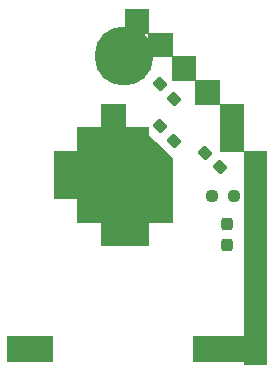
<source format=gts>
G04 #@! TF.GenerationSoftware,KiCad,Pcbnew,(5.99.0-7130-gf32f8f566)*
G04 #@! TF.CreationDate,2020-11-25T00:50:19+01:00*
G04 #@! TF.ProjectId,FairyDustPin,46616972-7944-4757-9374-50696e2e6b69,rev?*
G04 #@! TF.SameCoordinates,Original*
G04 #@! TF.FileFunction,Soldermask,Top*
G04 #@! TF.FilePolarity,Negative*
%FSLAX46Y46*%
G04 Gerber Fmt 4.6, Leading zero omitted, Abs format (unit mm)*
G04 Created by KiCad (PCBNEW (5.99.0-7130-gf32f8f566)) date 2020-11-25 00:50:19*
%MOMM*%
%LPD*%
G01*
G04 APERTURE LIST*
G04 Aperture macros list*
%AMRoundRect*
0 Rectangle with rounded corners*
0 $1 Rounding radius*
0 $2 $3 $4 $5 $6 $7 $8 $9 X,Y pos of 4 corners*
0 Add a 4 corners polygon primitive as box body*
4,1,4,$2,$3,$4,$5,$6,$7,$8,$9,$2,$3,0*
0 Add four circle primitives for the rounded corners*
1,1,$1+$1,$2,$3,0*
1,1,$1+$1,$4,$5,0*
1,1,$1+$1,$6,$7,0*
1,1,$1+$1,$8,$9,0*
0 Add four rect primitives between the rounded corners*
20,1,$1+$1,$2,$3,$4,$5,0*
20,1,$1+$1,$4,$5,$6,$7,0*
20,1,$1+$1,$6,$7,$8,$9,0*
20,1,$1+$1,$8,$9,$2,$3,0*%
G04 Aperture macros list end*
%ADD10C,0.100000*%
%ADD11RoundRect,0.237500X0.237500X-0.287500X0.237500X0.287500X-0.237500X0.287500X-0.237500X-0.287500X0*%
%ADD12RoundRect,0.237500X-0.371231X0.035355X0.035355X-0.371231X0.371231X-0.035355X-0.035355X0.371231X0*%
%ADD13RoundRect,0.237500X0.250000X0.237500X-0.250000X0.237500X-0.250000X-0.237500X0.250000X-0.237500X0*%
%ADD14R,4.400000X2.300000*%
%ADD15R,4.000000X2.300000*%
%ADD16C,5.000000*%
G04 APERTURE END LIST*
D10*
X100000000Y-80250000D02*
X98100000Y-80250000D01*
X98100000Y-80250000D02*
X98100000Y-76250000D01*
X98100000Y-76250000D02*
X100000000Y-76250000D01*
X100000000Y-76250000D02*
X100000000Y-80250000D01*
G36*
X100000000Y-80250000D02*
G01*
X98100000Y-80250000D01*
X98100000Y-76250000D01*
X100000000Y-76250000D01*
X100000000Y-80250000D01*
G37*
X100000000Y-80250000D02*
X98100000Y-80250000D01*
X98100000Y-76250000D01*
X100000000Y-76250000D01*
X100000000Y-80250000D01*
X90000000Y-78250000D02*
X92000000Y-78250000D01*
X92000000Y-78250000D02*
X91950000Y-78900000D01*
X91950000Y-78900000D02*
X94000000Y-80850000D01*
X94000000Y-80850000D02*
X94000000Y-86250000D01*
X94000000Y-86250000D02*
X92000000Y-86250000D01*
X92000000Y-86250000D02*
X92000000Y-88250000D01*
X92000000Y-88250000D02*
X88000000Y-88250000D01*
X88000000Y-88250000D02*
X88000000Y-86250000D01*
X88000000Y-86250000D02*
X85950000Y-86250000D01*
X85950000Y-86250000D02*
X85950000Y-84250000D01*
X85950000Y-84250000D02*
X84000000Y-84250000D01*
X84000000Y-84250000D02*
X84000000Y-80250000D01*
X84000000Y-80250000D02*
X85950000Y-80250000D01*
X85950000Y-80250000D02*
X85950000Y-78250000D01*
X85950000Y-78250000D02*
X88000000Y-78250000D01*
X88000000Y-78250000D02*
X88000000Y-76250000D01*
X88000000Y-76250000D02*
X90000000Y-76250000D01*
X90000000Y-76250000D02*
X90000000Y-78250000D01*
G36*
X90000000Y-78250000D02*
G01*
X92000000Y-78250000D01*
X91950000Y-78900000D01*
X94000000Y-80850000D01*
X94000000Y-86250000D01*
X92000000Y-86250000D01*
X92000000Y-88250000D01*
X88000000Y-88250000D01*
X88000000Y-86250000D01*
X85950000Y-86250000D01*
X85950000Y-84250000D01*
X84000000Y-84250000D01*
X84000000Y-80250000D01*
X85950000Y-80250000D01*
X85950000Y-78250000D01*
X88000000Y-78250000D01*
X88000000Y-76250000D01*
X90000000Y-76250000D01*
X90000000Y-78250000D01*
G37*
X90000000Y-78250000D02*
X92000000Y-78250000D01*
X91950000Y-78900000D01*
X94000000Y-80850000D01*
X94000000Y-86250000D01*
X92000000Y-86250000D01*
X92000000Y-88250000D01*
X88000000Y-88250000D01*
X88000000Y-86250000D01*
X85950000Y-86250000D01*
X85950000Y-84250000D01*
X84000000Y-84250000D01*
X84000000Y-80250000D01*
X85950000Y-80250000D01*
X85950000Y-78250000D01*
X88000000Y-78250000D01*
X88000000Y-76250000D01*
X90000000Y-76250000D01*
X90000000Y-78250000D01*
X96000000Y-74250000D02*
X94000000Y-74250000D01*
X94000000Y-74250000D02*
X94000000Y-72250000D01*
X94000000Y-72250000D02*
X96000000Y-72250000D01*
X96000000Y-72250000D02*
X96000000Y-74250000D01*
G36*
X96000000Y-74250000D02*
G01*
X94000000Y-74250000D01*
X94000000Y-72250000D01*
X96000000Y-72250000D01*
X96000000Y-74250000D01*
G37*
X96000000Y-74250000D02*
X94000000Y-74250000D01*
X94000000Y-72250000D01*
X96000000Y-72250000D01*
X96000000Y-74250000D01*
X92000000Y-70250000D02*
X90000000Y-70250000D01*
X90000000Y-70250000D02*
X90000000Y-68250000D01*
X90000000Y-68250000D02*
X92000000Y-68250000D01*
X92000000Y-68250000D02*
X92000000Y-70250000D01*
G36*
X92000000Y-70250000D02*
G01*
X90000000Y-70250000D01*
X90000000Y-68250000D01*
X92000000Y-68250000D01*
X92000000Y-70250000D01*
G37*
X92000000Y-70250000D02*
X90000000Y-70250000D01*
X90000000Y-68250000D01*
X92000000Y-68250000D01*
X92000000Y-70250000D01*
X98000000Y-76250000D02*
X96000000Y-76250000D01*
X96000000Y-76250000D02*
X96000000Y-74250000D01*
X96000000Y-74250000D02*
X98000000Y-74250000D01*
X98000000Y-74250000D02*
X98000000Y-76250000D01*
G36*
X98000000Y-76250000D02*
G01*
X96000000Y-76250000D01*
X96000000Y-74250000D01*
X98000000Y-74250000D01*
X98000000Y-76250000D01*
G37*
X98000000Y-76250000D02*
X96000000Y-76250000D01*
X96000000Y-74250000D01*
X98000000Y-74250000D01*
X98000000Y-76250000D01*
X94000000Y-72250000D02*
X92000000Y-72250000D01*
X92000000Y-72250000D02*
X92000000Y-70250000D01*
X92000000Y-70250000D02*
X94000000Y-70250000D01*
X94000000Y-70250000D02*
X94000000Y-72250000D01*
G36*
X94000000Y-72250000D02*
G01*
X92000000Y-72250000D01*
X92000000Y-70250000D01*
X94000000Y-70250000D01*
X94000000Y-72250000D01*
G37*
X94000000Y-72250000D02*
X92000000Y-72250000D01*
X92000000Y-70250000D01*
X94000000Y-70250000D01*
X94000000Y-72250000D01*
X102000000Y-98250000D02*
X100100000Y-98250000D01*
X100100000Y-98250000D02*
X100100000Y-80250000D01*
X100100000Y-80250000D02*
X102000000Y-80250000D01*
X102000000Y-80250000D02*
X102000000Y-98250000D01*
G36*
X102000000Y-98250000D02*
G01*
X100100000Y-98250000D01*
X100100000Y-80250000D01*
X102000000Y-80250000D01*
X102000000Y-98250000D01*
G37*
X102000000Y-98250000D02*
X100100000Y-98250000D01*
X100100000Y-80250000D01*
X102000000Y-80250000D01*
X102000000Y-98250000D01*
D11*
G04 #@! TO.C,D3*
X98700000Y-88225000D03*
X98700000Y-86475000D03*
G04 #@! TD*
D12*
G04 #@! TO.C,D1*
X92981282Y-74581282D03*
X94218718Y-75818718D03*
G04 #@! TD*
D13*
G04 #@! TO.C,R1*
X99262500Y-84050000D03*
X97437500Y-84050000D03*
G04 #@! TD*
D14*
G04 #@! TO.C,BT1*
X98000000Y-97000000D03*
D15*
X82000000Y-97000000D03*
G04 #@! TD*
D16*
G04 #@! TO.C,REF\u002A\u002A*
X89950000Y-72200000D03*
G04 #@! TD*
D12*
G04 #@! TO.C,D2*
X96800000Y-80400000D03*
X98037436Y-81637436D03*
G04 #@! TD*
G04 #@! TO.C,D4*
X92981282Y-78181282D03*
X94218718Y-79418718D03*
G04 #@! TD*
M02*

</source>
